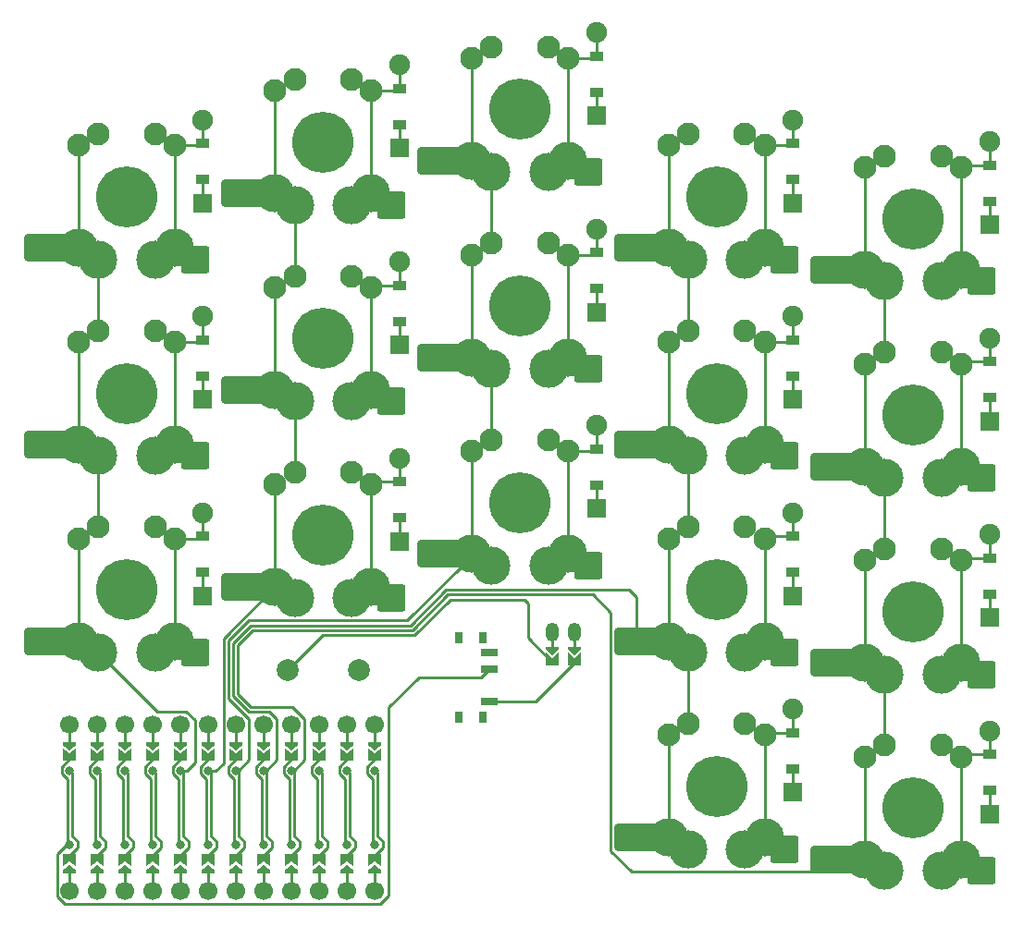
<source format=gbr>
%TF.GenerationSoftware,KiCad,Pcbnew,8.0.4*%
%TF.CreationDate,2024-08-16T17:58:29+08:00*%
%TF.ProjectId,board,626f6172-642e-46b6-9963-61645f706362,v1.0.0*%
%TF.SameCoordinates,Original*%
%TF.FileFunction,Copper,L2,Bot*%
%TF.FilePolarity,Positive*%
%FSLAX46Y46*%
G04 Gerber Fmt 4.6, Leading zero omitted, Abs format (unit mm)*
G04 Created by KiCad (PCBNEW 8.0.4) date 2024-08-16 17:58:29*
%MOMM*%
%LPD*%
G01*
G04 APERTURE LIST*
G04 Aperture macros list*
%AMRoundRect*
0 Rectangle with rounded corners*
0 $1 Rounding radius*
0 $2 $3 $4 $5 $6 $7 $8 $9 X,Y pos of 4 corners*
0 Add a 4 corners polygon primitive as box body*
4,1,4,$2,$3,$4,$5,$6,$7,$8,$9,$2,$3,0*
0 Add four circle primitives for the rounded corners*
1,1,$1+$1,$2,$3*
1,1,$1+$1,$4,$5*
1,1,$1+$1,$6,$7*
1,1,$1+$1,$8,$9*
0 Add four rect primitives between the rounded corners*
20,1,$1+$1,$2,$3,$4,$5,0*
20,1,$1+$1,$4,$5,$6,$7,0*
20,1,$1+$1,$6,$7,$8,$9,0*
20,1,$1+$1,$8,$9,$2,$3,0*%
%AMFreePoly0*
4,1,6,0.250000,0.000000,-0.250000,-0.625000,-0.500000,-0.625000,-0.500000,0.625000,-0.250000,0.625000,0.250000,0.000000,0.250000,0.000000,$1*%
%AMFreePoly1*
4,1,6,0.500000,-0.625000,-0.650000,-0.625000,-0.150000,0.000000,-0.650000,0.625000,0.500000,0.625000,0.500000,-0.625000,0.500000,-0.625000,$1*%
%AMFreePoly2*
4,1,6,0.600000,-1.000000,0.000000,-0.400000,-0.600000,-1.000000,-0.600000,0.250000,0.600000,0.250000,0.600000,-1.000000,0.600000,-1.000000,$1*%
%AMFreePoly3*
4,1,6,0.600000,-0.200000,0.600000,-0.400000,-0.600000,-0.400000,-0.600000,-0.200000,0.000000,0.400000,0.600000,-0.200000,0.600000,-0.200000,$1*%
G04 Aperture macros list end*
%TA.AperFunction,SMDPad,CuDef*%
%ADD10R,0.800000X1.000000*%
%TD*%
%TA.AperFunction,SMDPad,CuDef*%
%ADD11R,1.500000X0.700000*%
%TD*%
%TA.AperFunction,ComponentPad*%
%ADD12C,2.000000*%
%TD*%
%TA.AperFunction,SMDPad,CuDef*%
%ADD13FreePoly0,270.000000*%
%TD*%
%TA.AperFunction,ComponentPad*%
%ADD14C,1.700000*%
%TD*%
%TA.AperFunction,SMDPad,CuDef*%
%ADD15FreePoly0,90.000000*%
%TD*%
%TA.AperFunction,SMDPad,CuDef*%
%ADD16FreePoly1,90.000000*%
%TD*%
%TA.AperFunction,ComponentPad*%
%ADD17C,0.800000*%
%TD*%
%TA.AperFunction,SMDPad,CuDef*%
%ADD18FreePoly1,270.000000*%
%TD*%
%TA.AperFunction,SMDPad,CuDef*%
%ADD19FreePoly2,180.000000*%
%TD*%
%TA.AperFunction,ComponentPad*%
%ADD20O,1.200000X1.750000*%
%TD*%
%TA.AperFunction,SMDPad,CuDef*%
%ADD21FreePoly3,180.000000*%
%TD*%
%TA.AperFunction,ComponentPad*%
%ADD22R,1.778000X1.778000*%
%TD*%
%TA.AperFunction,SMDPad,CuDef*%
%ADD23R,1.200000X0.900000*%
%TD*%
%TA.AperFunction,ComponentPad*%
%ADD24C,1.905000*%
%TD*%
%TA.AperFunction,ComponentPad*%
%ADD25C,3.500000*%
%TD*%
%TA.AperFunction,ComponentPad*%
%ADD26C,5.600000*%
%TD*%
%TA.AperFunction,SMDPad,CuDef*%
%ADD27RoundRect,0.250000X-1.750000X-1.000000X1.750000X-1.000000X1.750000X1.000000X-1.750000X1.000000X0*%
%TD*%
%TA.AperFunction,ComponentPad*%
%ADD28C,2.100000*%
%TD*%
%TA.AperFunction,SMDPad,CuDef*%
%ADD29RoundRect,0.250000X-1.050000X-1.000000X1.050000X-1.000000X1.050000X1.000000X-1.050000X1.000000X0*%
%TD*%
%TA.AperFunction,Conductor*%
%ADD30C,0.250000*%
%TD*%
G04 APERTURE END LIST*
D10*
%TO.P,PWR1,*%
%TO.N,*%
X207585000Y-168650000D03*
X207585000Y-161350000D03*
X205375000Y-168650000D03*
X205375000Y-161350000D03*
D11*
%TO.P,PWR1,1*%
%TO.N,BAT_P*%
X208235000Y-167250000D03*
%TO.P,PWR1,2*%
%TO.N,RAW*%
X208235000Y-164250000D03*
%TO.P,PWR1,3*%
%TO.N,N/C*%
X208235000Y-162750000D03*
%TD*%
D12*
%TO.P,RST1,1*%
%TO.N,RST*%
X196250000Y-164350000D03*
%TO.P,RST1,2*%
%TO.N,GND*%
X189750000Y-164350000D03*
%TD*%
D13*
%TO.P,MCU1,1*%
%TO.N,MCU1_1*%
X169800000Y-171450000D03*
D14*
X169800000Y-169330000D03*
D13*
%TO.P,MCU1,2*%
%TO.N,MCU1_2*%
X172340000Y-171450000D03*
D14*
X172340000Y-169330000D03*
D13*
%TO.P,MCU1,3*%
%TO.N,MCU1_3*%
X174880000Y-171450000D03*
D14*
X174880000Y-169330000D03*
D13*
%TO.P,MCU1,4*%
%TO.N,MCU1_4*%
X177420000Y-171450000D03*
D14*
X177420000Y-169330000D03*
D13*
%TO.P,MCU1,5*%
%TO.N,MCU1_5*%
X179960000Y-171450000D03*
D14*
X179960000Y-169330000D03*
D13*
%TO.P,MCU1,6*%
%TO.N,MCU1_6*%
X182500000Y-171450000D03*
D14*
X182500000Y-169330000D03*
D13*
%TO.P,MCU1,7*%
%TO.N,MCU1_7*%
X185040000Y-171450000D03*
D14*
X185040000Y-169330000D03*
D13*
%TO.P,MCU1,8*%
%TO.N,MCU1_8*%
X187580000Y-171450000D03*
D14*
X187580000Y-169330000D03*
D13*
%TO.P,MCU1,9*%
%TO.N,MCU1_9*%
X190120000Y-171450000D03*
D14*
X190120000Y-169330000D03*
D13*
%TO.P,MCU1,10*%
%TO.N,MCU1_10*%
X192660000Y-171450000D03*
D14*
X192660000Y-169330000D03*
D13*
%TO.P,MCU1,11*%
%TO.N,MCU1_11*%
X195200000Y-171450000D03*
D14*
X195200000Y-169330000D03*
D13*
%TO.P,MCU1,12*%
%TO.N,MCU1_12*%
X197740000Y-171450000D03*
D14*
X197740000Y-169330000D03*
%TO.P,MCU1,13*%
%TO.N,MCU1_13*%
X197740000Y-184570000D03*
D15*
X197740000Y-182450000D03*
D14*
%TO.P,MCU1,14*%
%TO.N,MCU1_14*%
X195200000Y-184570000D03*
D15*
X195200000Y-182450000D03*
D14*
%TO.P,MCU1,15*%
%TO.N,MCU1_15*%
X192660000Y-184570000D03*
D15*
X192660000Y-182450000D03*
D14*
%TO.P,MCU1,16*%
%TO.N,MCU1_16*%
X190120000Y-184570000D03*
D15*
X190120000Y-182450000D03*
D14*
%TO.P,MCU1,17*%
%TO.N,MCU1_17*%
X187580000Y-184570000D03*
D15*
X187580000Y-182450000D03*
D14*
%TO.P,MCU1,18*%
%TO.N,MCU1_18*%
X185040000Y-184570000D03*
D15*
X185040000Y-182450000D03*
D14*
%TO.P,MCU1,19*%
%TO.N,MCU1_19*%
X182500000Y-184570000D03*
D15*
X182500000Y-182450000D03*
D14*
%TO.P,MCU1,20*%
%TO.N,MCU1_20*%
X179960000Y-184570000D03*
D15*
X179960000Y-182450000D03*
D14*
%TO.P,MCU1,21*%
%TO.N,MCU1_21*%
X177420000Y-184570000D03*
D15*
X177420000Y-182450000D03*
D14*
%TO.P,MCU1,22*%
%TO.N,MCU1_22*%
X174880000Y-184570000D03*
D15*
X174880000Y-182450000D03*
D14*
%TO.P,MCU1,23*%
%TO.N,MCU1_23*%
X172340000Y-184570000D03*
D15*
X172340000Y-182450000D03*
D14*
%TO.P,MCU1,24*%
%TO.N,MCU1_24*%
X169800000Y-184570000D03*
D15*
X169800000Y-182450000D03*
D16*
%TO.P,MCU1,101*%
%TO.N,P1*%
X169800000Y-181725000D03*
D17*
X169800000Y-173550000D03*
D16*
%TO.P,MCU1,102*%
%TO.N,P0*%
X172340000Y-181725000D03*
D17*
X172340000Y-173550000D03*
D16*
%TO.P,MCU1,103*%
%TO.N,GND*%
X174880000Y-181725000D03*
D17*
X174880000Y-173550000D03*
D16*
%TO.P,MCU1,104*%
X177420000Y-181725000D03*
D17*
X177420000Y-173550000D03*
D16*
%TO.P,MCU1,105*%
%TO.N,P2*%
X179960000Y-181725000D03*
D17*
X179960000Y-173550000D03*
D16*
%TO.P,MCU1,106*%
%TO.N,P3*%
X182500000Y-181725000D03*
D17*
X182500000Y-173550000D03*
D16*
%TO.P,MCU1,107*%
%TO.N,P4*%
X185040000Y-181725000D03*
D17*
X185040000Y-173550000D03*
D16*
%TO.P,MCU1,108*%
%TO.N,P5*%
X187580000Y-181725000D03*
D17*
X187580000Y-173550000D03*
D16*
%TO.P,MCU1,109*%
%TO.N,P6*%
X190120000Y-181725000D03*
D17*
X190120000Y-173550000D03*
D16*
%TO.P,MCU1,110*%
%TO.N,P7*%
X192660000Y-181725000D03*
D17*
X192660000Y-173550000D03*
D16*
%TO.P,MCU1,111*%
%TO.N,P8*%
X195200000Y-181725000D03*
D17*
X195200000Y-173550000D03*
D16*
%TO.P,MCU1,112*%
%TO.N,P9*%
X197740000Y-181725000D03*
D17*
X197740000Y-173550000D03*
%TO.P,MCU1,113*%
%TO.N,P10*%
X197740000Y-180350000D03*
D18*
X197740000Y-172175000D03*
D17*
%TO.P,MCU1,114*%
%TO.N,P16*%
X195200000Y-180350000D03*
D18*
X195200000Y-172175000D03*
D17*
%TO.P,MCU1,115*%
%TO.N,P14*%
X192660000Y-180350000D03*
D18*
X192660000Y-172175000D03*
D17*
%TO.P,MCU1,116*%
%TO.N,P15*%
X190120000Y-180350000D03*
D18*
X190120000Y-172175000D03*
D17*
%TO.P,MCU1,117*%
%TO.N,P18*%
X187580000Y-180350000D03*
D18*
X187580000Y-172175000D03*
D17*
%TO.P,MCU1,118*%
%TO.N,P19*%
X185040000Y-180350000D03*
D18*
X185040000Y-172175000D03*
D17*
%TO.P,MCU1,119*%
%TO.N,P20*%
X182500000Y-180350000D03*
D18*
X182500000Y-172175000D03*
D17*
%TO.P,MCU1,120*%
%TO.N,P21*%
X179960000Y-180350000D03*
D18*
X179960000Y-172175000D03*
D17*
%TO.P,MCU1,121*%
%TO.N,VCC*%
X177420000Y-180350000D03*
D18*
X177420000Y-172175000D03*
D17*
%TO.P,MCU1,122*%
%TO.N,RST*%
X174880000Y-180350000D03*
D18*
X174880000Y-172175000D03*
D17*
%TO.P,MCU1,123*%
%TO.N,GND*%
X172340000Y-180350000D03*
D18*
X172340000Y-172175000D03*
D17*
%TO.P,MCU1,124*%
%TO.N,RAW*%
X169800000Y-180350000D03*
D18*
X169800000Y-172175000D03*
%TD*%
D19*
%TO.P,JST1,1*%
%TO.N,BAT_P*%
X216000000Y-163666000D03*
%TO.P,JST1,2*%
%TO.N,GND*%
X214000000Y-163666000D03*
D20*
%TO.P,JST1,11*%
%TO.N,JST1_1*%
X214000000Y-160850000D03*
%TO.P,JST1,12*%
%TO.N,JST1_2*%
X216000000Y-160850000D03*
D21*
%TO.P,JST1,31*%
%TO.N,JST1_1*%
X214000000Y-162650000D03*
%TO.P,JST1,32*%
%TO.N,JST1_2*%
X216000000Y-162650000D03*
%TD*%
D22*
%TO.P,D8,1*%
%TO.N,P16*%
X218000000Y-131560000D03*
D23*
X218000000Y-129400000D03*
%TO.P,D8,2*%
%TO.N,middle_home*%
X218000000Y-126100000D03*
D24*
X218000000Y-123940000D03*
%TD*%
D22*
%TO.P,D13,1*%
%TO.N,P10*%
X236000000Y-121560000D03*
D23*
X236000000Y-119400000D03*
%TO.P,D13,2*%
%TO.N,index_top*%
X236000000Y-116100000D03*
D24*
X236000000Y-113940000D03*
%TD*%
D25*
%TO.P,S12,*%
%TO.N,P5*%
X226400000Y-144750000D03*
D26*
%TO.N,*%
X229000000Y-139000000D03*
D25*
%TO.N,index_home*%
X231600000Y-144750000D03*
D27*
%TO.P,S12,1*%
%TO.N,P5*%
X221650000Y-143700000D03*
D28*
X224600000Y-134300000D03*
D25*
X224600000Y-143700000D03*
D28*
X226400000Y-133250000D03*
%TO.P,S12,2*%
%TO.N,index_home*%
X231600000Y-133250000D03*
X233400000Y-134300000D03*
D25*
X233400000Y-143700000D03*
D29*
X235250000Y-144750000D03*
%TD*%
D25*
%TO.P,S14,*%
%TO.N,P6*%
X244400000Y-182750000D03*
D26*
%TO.N,*%
X247000000Y-177000000D03*
D25*
%TO.N,inner_thumb*%
X249600000Y-182750000D03*
D27*
%TO.P,S14,1*%
%TO.N,P6*%
X239650000Y-181700000D03*
D28*
X242600000Y-172300000D03*
D25*
X242600000Y-181700000D03*
D28*
X244400000Y-171250000D03*
%TO.P,S14,2*%
%TO.N,inner_thumb*%
X249600000Y-171250000D03*
X251400000Y-172300000D03*
D25*
X251400000Y-181700000D03*
D29*
X253250000Y-182750000D03*
%TD*%
D25*
%TO.P,S15,*%
%TO.N,P6*%
X244400000Y-164750000D03*
D26*
%TO.N,*%
X247000000Y-159000000D03*
D25*
%TO.N,inner_bottom*%
X249600000Y-164750000D03*
D27*
%TO.P,S15,1*%
%TO.N,P6*%
X239650000Y-163700000D03*
D28*
X242600000Y-154300000D03*
D25*
X242600000Y-163700000D03*
D28*
X244400000Y-153250000D03*
%TO.P,S15,2*%
%TO.N,inner_bottom*%
X249600000Y-153250000D03*
X251400000Y-154300000D03*
D25*
X251400000Y-163700000D03*
D29*
X253250000Y-164750000D03*
%TD*%
D22*
%TO.P,D16,1*%
%TO.N,P16*%
X254000000Y-141560000D03*
D23*
X254000000Y-139400000D03*
%TO.P,D16,2*%
%TO.N,inner_home*%
X254000000Y-136100000D03*
D24*
X254000000Y-133940000D03*
%TD*%
D25*
%TO.P,S8,*%
%TO.N,P4*%
X208400000Y-136750000D03*
D26*
%TO.N,*%
X211000000Y-131000000D03*
D25*
%TO.N,middle_home*%
X213600000Y-136750000D03*
D27*
%TO.P,S8,1*%
%TO.N,P4*%
X203650000Y-135700000D03*
D28*
X206600000Y-126300000D03*
D25*
X206600000Y-135700000D03*
D28*
X208400000Y-125250000D03*
%TO.P,S8,2*%
%TO.N,middle_home*%
X213600000Y-125250000D03*
X215400000Y-126300000D03*
D25*
X215400000Y-135700000D03*
D29*
X217250000Y-136750000D03*
%TD*%
D25*
%TO.P,S17,*%
%TO.N,P6*%
X244400000Y-128750000D03*
D26*
%TO.N,*%
X247000000Y-123000000D03*
D25*
%TO.N,inner_top*%
X249600000Y-128750000D03*
D27*
%TO.P,S17,1*%
%TO.N,P6*%
X239650000Y-127700000D03*
D28*
X242600000Y-118300000D03*
D25*
X242600000Y-127700000D03*
D28*
X244400000Y-117250000D03*
%TO.P,S17,2*%
%TO.N,inner_top*%
X249600000Y-117250000D03*
X251400000Y-118300000D03*
D25*
X251400000Y-127700000D03*
D29*
X253250000Y-128750000D03*
%TD*%
D22*
%TO.P,D11,1*%
%TO.N,P14*%
X236000000Y-157560000D03*
D23*
X236000000Y-155400000D03*
%TO.P,D11,2*%
%TO.N,index_bottom*%
X236000000Y-152100000D03*
D24*
X236000000Y-149940000D03*
%TD*%
D25*
%TO.P,S5,*%
%TO.N,P3*%
X190400000Y-139750000D03*
D26*
%TO.N,*%
X193000000Y-134000000D03*
D25*
%TO.N,ring_home*%
X195600000Y-139750000D03*
D27*
%TO.P,S5,1*%
%TO.N,P3*%
X185650000Y-138700000D03*
D28*
X188600000Y-129300000D03*
D25*
X188600000Y-138700000D03*
D28*
X190400000Y-128250000D03*
%TO.P,S5,2*%
%TO.N,ring_home*%
X195600000Y-128250000D03*
X197400000Y-129300000D03*
D25*
X197400000Y-138700000D03*
D29*
X199250000Y-139750000D03*
%TD*%
D25*
%TO.P,S9,*%
%TO.N,P4*%
X208400000Y-118750000D03*
D26*
%TO.N,*%
X211000000Y-113000000D03*
D25*
%TO.N,middle_top*%
X213600000Y-118750000D03*
D27*
%TO.P,S9,1*%
%TO.N,P4*%
X203650000Y-117700000D03*
D28*
X206600000Y-108300000D03*
D25*
X206600000Y-117700000D03*
D28*
X208400000Y-107250000D03*
%TO.P,S9,2*%
%TO.N,middle_top*%
X213600000Y-107250000D03*
X215400000Y-108300000D03*
D25*
X215400000Y-117700000D03*
D29*
X217250000Y-118750000D03*
%TD*%
D22*
%TO.P,D12,1*%
%TO.N,P16*%
X236000000Y-139560000D03*
D23*
X236000000Y-137400000D03*
%TO.P,D12,2*%
%TO.N,index_home*%
X236000000Y-134100000D03*
D24*
X236000000Y-131940000D03*
%TD*%
D22*
%TO.P,D2,1*%
%TO.N,P16*%
X182000000Y-139560000D03*
D23*
X182000000Y-137400000D03*
%TO.P,D2,2*%
%TO.N,pinky_home*%
X182000000Y-134100000D03*
D24*
X182000000Y-131940000D03*
%TD*%
D22*
%TO.P,D7,1*%
%TO.N,P14*%
X218000000Y-149560000D03*
D23*
X218000000Y-147400000D03*
%TO.P,D7,2*%
%TO.N,middle_bottom*%
X218000000Y-144100000D03*
D24*
X218000000Y-141940000D03*
%TD*%
D25*
%TO.P,S3,*%
%TO.N,P2*%
X172400000Y-126750000D03*
D26*
%TO.N,*%
X175000000Y-121000000D03*
D25*
%TO.N,pinky_top*%
X177600000Y-126750000D03*
D27*
%TO.P,S3,1*%
%TO.N,P2*%
X167650000Y-125700000D03*
D28*
X170600000Y-116300000D03*
D25*
X170600000Y-125700000D03*
D28*
X172400000Y-115250000D03*
%TO.P,S3,2*%
%TO.N,pinky_top*%
X177600000Y-115250000D03*
X179400000Y-116300000D03*
D25*
X179400000Y-125700000D03*
D29*
X181250000Y-126750000D03*
%TD*%
D22*
%TO.P,D17,1*%
%TO.N,P10*%
X254000000Y-123560000D03*
D23*
X254000000Y-121400000D03*
%TO.P,D17,2*%
%TO.N,inner_top*%
X254000000Y-118100000D03*
D24*
X254000000Y-115940000D03*
%TD*%
D22*
%TO.P,D4,1*%
%TO.N,P14*%
X200000000Y-152560000D03*
D23*
X200000000Y-150400000D03*
%TO.P,D4,2*%
%TO.N,ring_bottom*%
X200000000Y-147100000D03*
D24*
X200000000Y-144940000D03*
%TD*%
D22*
%TO.P,D1,1*%
%TO.N,P14*%
X182000000Y-157560000D03*
D23*
X182000000Y-155400000D03*
%TO.P,D1,2*%
%TO.N,pinky_bottom*%
X182000000Y-152100000D03*
D24*
X182000000Y-149940000D03*
%TD*%
D22*
%TO.P,D9,1*%
%TO.N,P10*%
X218000000Y-113560000D03*
D23*
X218000000Y-111400000D03*
%TO.P,D9,2*%
%TO.N,middle_top*%
X218000000Y-108100000D03*
D24*
X218000000Y-105940000D03*
%TD*%
D25*
%TO.P,S2,*%
%TO.N,P2*%
X172400000Y-144750000D03*
D26*
%TO.N,*%
X175000000Y-139000000D03*
D25*
%TO.N,pinky_home*%
X177600000Y-144750000D03*
D27*
%TO.P,S2,1*%
%TO.N,P2*%
X167650000Y-143700000D03*
D28*
X170600000Y-134300000D03*
D25*
X170600000Y-143700000D03*
D28*
X172400000Y-133250000D03*
%TO.P,S2,2*%
%TO.N,pinky_home*%
X177600000Y-133250000D03*
X179400000Y-134300000D03*
D25*
X179400000Y-143700000D03*
D29*
X181250000Y-144750000D03*
%TD*%
D22*
%TO.P,D3,1*%
%TO.N,P10*%
X182000000Y-121560000D03*
D23*
X182000000Y-119400000D03*
%TO.P,D3,2*%
%TO.N,pinky_top*%
X182000000Y-116100000D03*
D24*
X182000000Y-113940000D03*
%TD*%
D22*
%TO.P,D6,1*%
%TO.N,P10*%
X200000000Y-116560000D03*
D23*
X200000000Y-114400000D03*
%TO.P,D6,2*%
%TO.N,ring_top*%
X200000000Y-111100000D03*
D24*
X200000000Y-108940000D03*
%TD*%
D25*
%TO.P,S13,*%
%TO.N,P5*%
X226400000Y-126750000D03*
D26*
%TO.N,*%
X229000000Y-121000000D03*
D25*
%TO.N,index_top*%
X231600000Y-126750000D03*
D27*
%TO.P,S13,1*%
%TO.N,P5*%
X221650000Y-125700000D03*
D28*
X224600000Y-116300000D03*
D25*
X224600000Y-125700000D03*
D28*
X226400000Y-115250000D03*
%TO.P,S13,2*%
%TO.N,index_top*%
X231600000Y-115250000D03*
X233400000Y-116300000D03*
D25*
X233400000Y-125700000D03*
D29*
X235250000Y-126750000D03*
%TD*%
D22*
%TO.P,D10,1*%
%TO.N,P15*%
X236000000Y-175560000D03*
D23*
X236000000Y-173400000D03*
%TO.P,D10,2*%
%TO.N,index_thumb*%
X236000000Y-170100000D03*
D24*
X236000000Y-167940000D03*
%TD*%
D25*
%TO.P,S10,*%
%TO.N,P5*%
X226400000Y-180750000D03*
D26*
%TO.N,*%
X229000000Y-175000000D03*
D25*
%TO.N,index_thumb*%
X231600000Y-180750000D03*
D27*
%TO.P,S10,1*%
%TO.N,P5*%
X221650000Y-179700000D03*
D28*
X224600000Y-170300000D03*
D25*
X224600000Y-179700000D03*
D28*
X226400000Y-169250000D03*
%TO.P,S10,2*%
%TO.N,index_thumb*%
X231600000Y-169250000D03*
X233400000Y-170300000D03*
D25*
X233400000Y-179700000D03*
D29*
X235250000Y-180750000D03*
%TD*%
D25*
%TO.P,S11,*%
%TO.N,P5*%
X226400000Y-162750000D03*
D26*
%TO.N,*%
X229000000Y-157000000D03*
D25*
%TO.N,index_bottom*%
X231600000Y-162750000D03*
D27*
%TO.P,S11,1*%
%TO.N,P5*%
X221650000Y-161700000D03*
D28*
X224600000Y-152300000D03*
D25*
X224600000Y-161700000D03*
D28*
X226400000Y-151250000D03*
%TO.P,S11,2*%
%TO.N,index_bottom*%
X231600000Y-151250000D03*
X233400000Y-152300000D03*
D25*
X233400000Y-161700000D03*
D29*
X235250000Y-162750000D03*
%TD*%
D25*
%TO.P,S16,*%
%TO.N,P6*%
X244400000Y-146750000D03*
D26*
%TO.N,*%
X247000000Y-141000000D03*
D25*
%TO.N,inner_home*%
X249600000Y-146750000D03*
D27*
%TO.P,S16,1*%
%TO.N,P6*%
X239650000Y-145700000D03*
D28*
X242600000Y-136300000D03*
D25*
X242600000Y-145700000D03*
D28*
X244400000Y-135250000D03*
%TO.P,S16,2*%
%TO.N,inner_home*%
X249600000Y-135250000D03*
X251400000Y-136300000D03*
D25*
X251400000Y-145700000D03*
D29*
X253250000Y-146750000D03*
%TD*%
D25*
%TO.P,S4,*%
%TO.N,P3*%
X190400000Y-157750000D03*
D26*
%TO.N,*%
X193000000Y-152000000D03*
D25*
%TO.N,ring_bottom*%
X195600000Y-157750000D03*
D27*
%TO.P,S4,1*%
%TO.N,P3*%
X185650000Y-156700000D03*
D28*
X188600000Y-147300000D03*
D25*
X188600000Y-156700000D03*
D28*
X190400000Y-146250000D03*
%TO.P,S4,2*%
%TO.N,ring_bottom*%
X195600000Y-146250000D03*
X197400000Y-147300000D03*
D25*
X197400000Y-156700000D03*
D29*
X199250000Y-157750000D03*
%TD*%
D22*
%TO.P,D14,1*%
%TO.N,P15*%
X254000000Y-177560000D03*
D23*
X254000000Y-175400000D03*
%TO.P,D14,2*%
%TO.N,inner_thumb*%
X254000000Y-172100000D03*
D24*
X254000000Y-169940000D03*
%TD*%
D25*
%TO.P,S7,*%
%TO.N,P4*%
X208400000Y-154750000D03*
D26*
%TO.N,*%
X211000000Y-149000000D03*
D25*
%TO.N,middle_bottom*%
X213600000Y-154750000D03*
D27*
%TO.P,S7,1*%
%TO.N,P4*%
X203650000Y-153700000D03*
D28*
X206600000Y-144300000D03*
D25*
X206600000Y-153700000D03*
D28*
X208400000Y-143250000D03*
%TO.P,S7,2*%
%TO.N,middle_bottom*%
X213600000Y-143250000D03*
X215400000Y-144300000D03*
D25*
X215400000Y-153700000D03*
D29*
X217250000Y-154750000D03*
%TD*%
D22*
%TO.P,D15,1*%
%TO.N,P14*%
X254000000Y-159560000D03*
D23*
X254000000Y-157400000D03*
%TO.P,D15,2*%
%TO.N,inner_bottom*%
X254000000Y-154100000D03*
D24*
X254000000Y-151940000D03*
%TD*%
D25*
%TO.P,S6,*%
%TO.N,P3*%
X190400000Y-121750000D03*
D26*
%TO.N,*%
X193000000Y-116000000D03*
D25*
%TO.N,ring_top*%
X195600000Y-121750000D03*
D27*
%TO.P,S6,1*%
%TO.N,P3*%
X185650000Y-120700000D03*
D28*
X188600000Y-111300000D03*
D25*
X188600000Y-120700000D03*
D28*
X190400000Y-110250000D03*
%TO.P,S6,2*%
%TO.N,ring_top*%
X195600000Y-110250000D03*
X197400000Y-111300000D03*
D25*
X197400000Y-120700000D03*
D29*
X199250000Y-121750000D03*
%TD*%
D22*
%TO.P,D5,1*%
%TO.N,P16*%
X200000000Y-134560000D03*
D23*
X200000000Y-132400000D03*
%TO.P,D5,2*%
%TO.N,ring_home*%
X200000000Y-129100000D03*
D24*
X200000000Y-126940000D03*
%TD*%
D25*
%TO.P,S1,*%
%TO.N,P2*%
X172400000Y-162750000D03*
D26*
%TO.N,*%
X175000000Y-157000000D03*
D25*
%TO.N,pinky_bottom*%
X177600000Y-162750000D03*
D27*
%TO.P,S1,1*%
%TO.N,P2*%
X167650000Y-161700000D03*
D28*
X170600000Y-152300000D03*
D25*
X170600000Y-161700000D03*
D28*
X172400000Y-151250000D03*
%TO.P,S1,2*%
%TO.N,pinky_bottom*%
X177600000Y-151250000D03*
X179400000Y-152300000D03*
D25*
X179400000Y-161700000D03*
D29*
X181250000Y-162750000D03*
%TD*%
D30*
%TO.N,P2*%
X172400000Y-144750000D02*
X172400000Y-151250000D01*
X170600000Y-134300000D02*
X170600000Y-143700000D01*
X172400000Y-162750000D02*
X177805000Y-168155000D01*
X181250000Y-168958299D02*
X181250000Y-172825685D01*
X170600000Y-152300000D02*
X170600000Y-161700000D01*
X180190000Y-179554695D02*
X180190000Y-173780000D01*
X181250000Y-172825685D02*
X180525685Y-173550000D01*
X180685000Y-180650305D02*
X180685000Y-180049695D01*
X180525685Y-173550000D02*
X179960000Y-173550000D01*
X170600000Y-116300000D02*
X170600000Y-125700000D01*
X172400000Y-126750000D02*
X172400000Y-133250000D01*
X180446701Y-168155000D02*
X181250000Y-168958299D01*
X180685000Y-180049695D02*
X180190000Y-179554695D01*
X179960000Y-181725000D02*
X179960000Y-181375305D01*
X179960000Y-181375305D02*
X180685000Y-180650305D01*
X177805000Y-168155000D02*
X180446701Y-168155000D01*
%TO.N,pinky_bottom*%
X182000000Y-149940000D02*
X182000000Y-152100000D01*
X181800000Y-152300000D02*
X182000000Y-152100000D01*
X179400000Y-152300000D02*
X179400000Y-161700000D01*
X179400000Y-152300000D02*
X181800000Y-152300000D01*
%TO.N,GND*%
X172340000Y-172524695D02*
X171615000Y-173249695D01*
X201347792Y-161175000D02*
X192925000Y-161175000D01*
X175605000Y-180049695D02*
X175110000Y-179554695D01*
X214000000Y-163666000D02*
X211750000Y-161416000D01*
X204622792Y-157900000D02*
X201347792Y-161175000D01*
X211750000Y-161416000D02*
X211750000Y-158250000D01*
X211400000Y-157900000D02*
X204622792Y-157900000D01*
X175110000Y-179554695D02*
X175110000Y-173780000D01*
X211750000Y-158250000D02*
X211400000Y-157900000D01*
X177420000Y-181725000D02*
X177420000Y-181375305D01*
X171615000Y-173850305D02*
X172120000Y-174355305D01*
X172120000Y-174355305D02*
X172120000Y-180130000D01*
X177420000Y-181375305D02*
X178145000Y-180650305D01*
X172340000Y-172175000D02*
X172340000Y-172524695D01*
X175605000Y-180650305D02*
X175605000Y-180049695D01*
X178145000Y-180650305D02*
X178145000Y-180049695D01*
X178145000Y-180049695D02*
X177650000Y-179554695D01*
X192925000Y-161175000D02*
X189750000Y-164350000D01*
X171615000Y-173249695D02*
X171615000Y-173850305D01*
X174880000Y-181375305D02*
X175605000Y-180650305D01*
X177650000Y-179554695D02*
X177650000Y-173780000D01*
X174880000Y-181725000D02*
X174880000Y-181375305D01*
%TO.N,pinky_home*%
X182000000Y-131940000D02*
X182000000Y-134100000D01*
X179400000Y-134300000D02*
X181800000Y-134300000D01*
X179400000Y-134300000D02*
X179400000Y-143700000D01*
X181800000Y-134300000D02*
X182000000Y-134100000D01*
%TO.N,pinky_top*%
X182000000Y-113940000D02*
X182000000Y-116100000D01*
X181800000Y-116300000D02*
X182000000Y-116100000D01*
X179400000Y-116300000D02*
X179400000Y-125700000D01*
X179400000Y-116300000D02*
X181800000Y-116300000D01*
%TO.N,P3*%
X183865000Y-172865000D02*
X183180000Y-173550000D01*
X188600000Y-147300000D02*
X188600000Y-156700000D01*
X183865000Y-161435000D02*
X183865000Y-172865000D01*
X190400000Y-139750000D02*
X190400000Y-146250000D01*
X188600000Y-129300000D02*
X188600000Y-138700000D01*
X182500000Y-181725000D02*
X182500000Y-181375305D01*
X183225000Y-180650305D02*
X183225000Y-180049695D01*
X182730000Y-179554695D02*
X182730000Y-173780000D01*
X182500000Y-181375305D02*
X183225000Y-180650305D01*
X190400000Y-121750000D02*
X190400000Y-128250000D01*
X183225000Y-180049695D02*
X182730000Y-179554695D01*
X183180000Y-173550000D02*
X182500000Y-173550000D01*
X188600000Y-156700000D02*
X183865000Y-161435000D01*
X188600000Y-111300000D02*
X188600000Y-120700000D01*
%TO.N,ring_bottom*%
X200000000Y-147100000D02*
X200000000Y-144940000D01*
X197400000Y-147300000D02*
X197400000Y-156700000D01*
X197600000Y-147100000D02*
X197400000Y-147300000D01*
X200000000Y-147100000D02*
X197600000Y-147100000D01*
%TO.N,ring_home*%
X197400000Y-129300000D02*
X197300000Y-129300000D01*
X197250000Y-129250000D02*
X197400000Y-129100000D01*
X200000000Y-129100000D02*
X200000000Y-126940000D01*
X197400000Y-129100000D02*
X200000000Y-129100000D01*
X197400000Y-129300000D02*
X197400000Y-138700000D01*
X197300000Y-129300000D02*
X197250000Y-129250000D01*
%TO.N,ring_top*%
X197400000Y-111300000D02*
X199800000Y-111300000D01*
X200000000Y-108940000D02*
X200000000Y-111100000D01*
X197400000Y-111300000D02*
X197400000Y-120700000D01*
X199800000Y-111300000D02*
X200000000Y-111100000D01*
%TO.N,P4*%
X185765000Y-180650305D02*
X185765000Y-180049695D01*
X200675000Y-159825000D02*
X186175000Y-159825000D01*
X186215000Y-172591692D02*
X185256692Y-173550000D01*
X206600000Y-108300000D02*
X206600000Y-117700000D01*
X186215000Y-168843299D02*
X186215000Y-172591692D01*
X208400000Y-118750000D02*
X208400000Y-125250000D01*
X205750000Y-154750000D02*
X200675000Y-159825000D01*
X208400000Y-136750000D02*
X208400000Y-143250000D01*
X206600000Y-144300000D02*
X206600000Y-153700000D01*
X184315000Y-161685000D02*
X184315000Y-166943299D01*
X185040000Y-181725000D02*
X185040000Y-181375305D01*
X185040000Y-181375305D02*
X185765000Y-180650305D01*
X185270000Y-179554695D02*
X185270000Y-173780000D01*
X185765000Y-180049695D02*
X185270000Y-179554695D01*
X185256692Y-173550000D02*
X185040000Y-173550000D01*
X184315000Y-166943299D02*
X186215000Y-168843299D01*
X206600000Y-126300000D02*
X206600000Y-135700000D01*
X186175000Y-159825000D02*
X184315000Y-161685000D01*
X208400000Y-154750000D02*
X205750000Y-154750000D01*
%TO.N,middle_bottom*%
X215400000Y-144300000D02*
X215400000Y-153700000D01*
X215400000Y-144300000D02*
X217800000Y-144300000D01*
X218000000Y-144100000D02*
X218000000Y-141940000D01*
X217800000Y-144300000D02*
X218000000Y-144100000D01*
X217250000Y-154750000D02*
X217250000Y-155250000D01*
%TO.N,middle_home*%
X217800000Y-126300000D02*
X218000000Y-126100000D01*
X215400000Y-126300000D02*
X215400000Y-135700000D01*
X218000000Y-123940000D02*
X218000000Y-126100000D01*
X215400000Y-126300000D02*
X217800000Y-126300000D01*
%TO.N,middle_top*%
X218000000Y-108100000D02*
X218000000Y-105940000D01*
X215400000Y-108300000D02*
X217800000Y-108300000D01*
X215400000Y-108300000D02*
X215400000Y-117700000D01*
X217800000Y-108300000D02*
X218000000Y-108100000D01*
%TO.N,P5*%
X204250000Y-157000000D02*
X200975000Y-160275000D01*
X224600000Y-170300000D02*
X224600000Y-179700000D01*
X226400000Y-144750000D02*
X226400000Y-151250000D01*
X221000000Y-157000000D02*
X204250000Y-157000000D01*
X224600000Y-134300000D02*
X224600000Y-143700000D01*
X226400000Y-126750000D02*
X226400000Y-133250000D01*
X184765000Y-161871396D02*
X184765000Y-166756903D01*
X188755000Y-168843299D02*
X188755000Y-172591692D01*
X221650000Y-157650000D02*
X221000000Y-157000000D01*
X187580000Y-181725000D02*
X187580000Y-181375305D01*
X187796692Y-173550000D02*
X187580000Y-173550000D01*
X187580000Y-181375305D02*
X188305000Y-180650305D01*
X200975000Y-160275000D02*
X186361396Y-160275000D01*
X221650000Y-161700000D02*
X221650000Y-157650000D01*
X224600000Y-152300000D02*
X224600000Y-161700000D01*
X186163097Y-168155000D02*
X188066701Y-168155000D01*
X188305000Y-180650305D02*
X188305000Y-180049695D01*
X226400000Y-162750000D02*
X226400000Y-169250000D01*
X184765000Y-166756903D02*
X186163097Y-168155000D01*
X188066701Y-168155000D02*
X188755000Y-168843299D01*
X186361396Y-160275000D02*
X184765000Y-161871396D01*
X224600000Y-116300000D02*
X224600000Y-125700000D01*
X188755000Y-172591692D02*
X187796692Y-173550000D01*
X187810000Y-179554695D02*
X187810000Y-173780000D01*
X188305000Y-180049695D02*
X187810000Y-179554695D01*
%TO.N,index_thumb*%
X233400000Y-170300000D02*
X233700000Y-170300000D01*
X233400000Y-170300000D02*
X233400000Y-179700000D01*
X236000000Y-170100000D02*
X236000000Y-167940000D01*
X233900000Y-170100000D02*
X236000000Y-170100000D01*
X233700000Y-170300000D02*
X233900000Y-170100000D01*
%TO.N,index_bottom*%
X233400000Y-160950000D02*
X231600000Y-162750000D01*
X236000000Y-152100000D02*
X233600000Y-152100000D01*
X236000000Y-149940000D02*
X236000000Y-152100000D01*
X233600000Y-152100000D02*
X233400000Y-152300000D01*
X233400000Y-152300000D02*
X233400000Y-160950000D01*
%TO.N,index_home*%
X233400000Y-134300000D02*
X233400000Y-143700000D01*
X235800000Y-134300000D02*
X236000000Y-134100000D01*
X236000000Y-131940000D02*
X236000000Y-134100000D01*
X233400000Y-134300000D02*
X235800000Y-134300000D01*
%TO.N,index_top*%
X233400000Y-116300000D02*
X235800000Y-116300000D01*
X233400000Y-116300000D02*
X233400000Y-125700000D01*
X235800000Y-116300000D02*
X236000000Y-116100000D01*
X236000000Y-113940000D02*
X236000000Y-116100000D01*
%TO.N,P6*%
X239650000Y-181700000D02*
X239550000Y-181700000D01*
X239550000Y-181700000D02*
X238425000Y-182825000D01*
X190845000Y-180650305D02*
X190845000Y-180049695D01*
X190120000Y-181725000D02*
X190120000Y-181375305D01*
X186349493Y-167705000D02*
X190156701Y-167705000D01*
X244400000Y-164750000D02*
X244400000Y-171250000D01*
X244400000Y-128750000D02*
X244400000Y-135250000D01*
X185215000Y-162057792D02*
X185215000Y-166570507D01*
X191295000Y-168843299D02*
X191295000Y-172591692D01*
X190156701Y-167705000D02*
X191295000Y-168843299D01*
X219325000Y-180945100D02*
X219325000Y-159075000D01*
X190336692Y-173550000D02*
X190120000Y-173550000D01*
X191295000Y-172591692D02*
X190336692Y-173550000D01*
X244400000Y-146750000D02*
X244400000Y-153250000D01*
X221204900Y-182825000D02*
X219325000Y-180945100D01*
X219325000Y-159075000D02*
X217700000Y-157450000D01*
X190350000Y-179554695D02*
X190350000Y-173780000D01*
X190845000Y-180049695D02*
X190350000Y-179554695D01*
X217700000Y-157450000D02*
X204436396Y-157450000D01*
X242600000Y-154300000D02*
X242600000Y-163700000D01*
X201161396Y-160725000D02*
X186547792Y-160725000D01*
X242600000Y-172300000D02*
X242600000Y-181700000D01*
X238425000Y-182825000D02*
X221204900Y-182825000D01*
X204436396Y-157450000D02*
X201161396Y-160725000D01*
X190120000Y-181375305D02*
X190845000Y-180650305D01*
X242600000Y-136300000D02*
X242600000Y-145700000D01*
X185215000Y-166570507D02*
X186349493Y-167705000D01*
X186547792Y-160725000D02*
X185215000Y-162057792D01*
X242600000Y-118300000D02*
X242600000Y-127700000D01*
%TO.N,inner_thumb*%
X251400000Y-172300000D02*
X251400000Y-181700000D01*
X254000000Y-172100000D02*
X251600000Y-172100000D01*
X251600000Y-172100000D02*
X251400000Y-172300000D01*
X254000000Y-172100000D02*
X254000000Y-169940000D01*
%TO.N,inner_bottom*%
X251600000Y-154100000D02*
X251400000Y-154300000D01*
X254000000Y-154100000D02*
X251600000Y-154100000D01*
X251400000Y-154300000D02*
X251400000Y-163700000D01*
X254000000Y-154100000D02*
X254000000Y-151940000D01*
%TO.N,inner_home*%
X254000000Y-136100000D02*
X251600000Y-136100000D01*
X251600000Y-136100000D02*
X251400000Y-136300000D01*
X251400000Y-136300000D02*
X251400000Y-145700000D01*
X254000000Y-133940000D02*
X254000000Y-136100000D01*
%TO.N,inner_top*%
X254000000Y-118100000D02*
X251600000Y-118100000D01*
X254000000Y-118100000D02*
X254000000Y-115940000D01*
X251400000Y-118300000D02*
X251400000Y-127700000D01*
X251600000Y-118100000D02*
X251400000Y-118300000D01*
%TO.N,P14*%
X192660000Y-172175000D02*
X192660000Y-172524695D01*
X191935000Y-173850305D02*
X192440000Y-174355305D01*
X254000000Y-159560000D02*
X254000000Y-157400000D01*
X192440000Y-174355305D02*
X192440000Y-180130000D01*
X218000000Y-147400000D02*
X218000000Y-149560000D01*
X191935000Y-173249695D02*
X191935000Y-173850305D01*
X200000000Y-150400000D02*
X200000000Y-152560000D01*
X192660000Y-172524695D02*
X191935000Y-173249695D01*
X236000000Y-155400000D02*
X236000000Y-157560000D01*
X182000000Y-155400000D02*
X182000000Y-157560000D01*
%TO.N,P16*%
X194980000Y-174355305D02*
X194980000Y-180130000D01*
X194475000Y-173850305D02*
X194980000Y-174355305D01*
X195200000Y-172524695D02*
X194475000Y-173249695D01*
X218000000Y-129400000D02*
X218000000Y-131560000D01*
X195200000Y-172175000D02*
X195200000Y-172524695D01*
X236000000Y-139560000D02*
X236000000Y-137400000D01*
X254000000Y-139400000D02*
X254000000Y-141560000D01*
X200000000Y-134560000D02*
X200000000Y-132400000D01*
X194475000Y-173249695D02*
X194475000Y-173850305D01*
X182000000Y-139560000D02*
X182000000Y-137400000D01*
%TO.N,P10*%
X197740000Y-172175000D02*
X197740000Y-172524695D01*
X182000000Y-119400000D02*
X182000000Y-121560000D01*
X197015000Y-173249695D02*
X197015000Y-173850305D01*
X236000000Y-119400000D02*
X236000000Y-121560000D01*
X197740000Y-172524695D02*
X197015000Y-173249695D01*
X197015000Y-173850305D02*
X197520000Y-174355305D01*
X200000000Y-114400000D02*
X200000000Y-116560000D01*
X218000000Y-111400000D02*
X218000000Y-113560000D01*
X254000000Y-121400000D02*
X254000000Y-123560000D01*
X197520000Y-174355305D02*
X197520000Y-180130000D01*
%TO.N,P15*%
X190120000Y-172524695D02*
X189395000Y-173249695D01*
X189395000Y-173850305D02*
X189900000Y-174355305D01*
X190120000Y-172175000D02*
X190120000Y-172524695D01*
X254000000Y-177560000D02*
X254000000Y-175400000D01*
X236000000Y-173400000D02*
X236000000Y-175560000D01*
X189395000Y-173249695D02*
X189395000Y-173850305D01*
X189900000Y-174355305D02*
X189900000Y-180130000D01*
%TO.N,RAW*%
X169075000Y-173249695D02*
X169075000Y-173850305D01*
X169800000Y-172524695D02*
X169075000Y-173249695D01*
X198226701Y-185745000D02*
X169313299Y-185745000D01*
X169800000Y-172175000D02*
X169800000Y-172524695D01*
X199000000Y-184971701D02*
X198226701Y-185745000D01*
X208235000Y-164250000D02*
X207485000Y-165000000D01*
X168625000Y-185056701D02*
X168625000Y-181223299D01*
X169075000Y-173850305D02*
X169580000Y-174355305D01*
X169580000Y-174355305D02*
X169580000Y-180130000D01*
X169313299Y-185745000D02*
X168625000Y-185056701D01*
X199000000Y-167750000D02*
X199000000Y-184971701D01*
X169498299Y-180350000D02*
X169800000Y-180350000D01*
X168625000Y-181223299D02*
X169498299Y-180350000D01*
X201750000Y-165000000D02*
X199000000Y-167750000D01*
X207485000Y-165000000D02*
X201750000Y-165000000D01*
%TO.N,RST*%
X174880000Y-172524695D02*
X174155000Y-173249695D01*
X196400000Y-164350000D02*
X196500000Y-164250000D01*
X174155000Y-173850305D02*
X174660000Y-174355305D01*
X174880000Y-172175000D02*
X174880000Y-172524695D01*
X196250000Y-164350000D02*
X196400000Y-164350000D01*
X174155000Y-173249695D02*
X174155000Y-173850305D01*
X174660000Y-174355305D02*
X174660000Y-180130000D01*
%TO.N,VCC*%
X177200000Y-174355305D02*
X177200000Y-180130000D01*
X176695000Y-173850305D02*
X177200000Y-174355305D01*
X176695000Y-173249695D02*
X176695000Y-173850305D01*
X177420000Y-172175000D02*
X177420000Y-172524695D01*
X177420000Y-172524695D02*
X176695000Y-173249695D01*
%TO.N,P21*%
X179960000Y-172524695D02*
X179235000Y-173249695D01*
X179235000Y-173249695D02*
X179235000Y-173850305D01*
X179960000Y-172175000D02*
X179960000Y-172524695D01*
X179235000Y-173850305D02*
X179740000Y-174355305D01*
X179740000Y-174355305D02*
X179740000Y-180130000D01*
%TO.N,P20*%
X181775000Y-173249695D02*
X181775000Y-173850305D01*
X181775000Y-173850305D02*
X182280000Y-174355305D01*
X182280000Y-174355305D02*
X182280000Y-180130000D01*
X182500000Y-172524695D02*
X181775000Y-173249695D01*
X182500000Y-172175000D02*
X182500000Y-172524695D01*
%TO.N,P19*%
X185040000Y-172524695D02*
X184315000Y-173249695D01*
X184315000Y-173249695D02*
X184315000Y-173850305D01*
X184820000Y-174355305D02*
X184820000Y-180130000D01*
X185040000Y-172175000D02*
X185040000Y-172524695D01*
X184315000Y-173850305D02*
X184820000Y-174355305D01*
%TO.N,P18*%
X187360000Y-174355305D02*
X187360000Y-180130000D01*
X186855000Y-173850305D02*
X187360000Y-174355305D01*
X187580000Y-172175000D02*
X187580000Y-172524695D01*
X186855000Y-173249695D02*
X186855000Y-173850305D01*
X187580000Y-172524695D02*
X186855000Y-173249695D01*
%TO.N,P1*%
X170030000Y-179554695D02*
X170030000Y-173780000D01*
X170525000Y-180650305D02*
X170525000Y-180049695D01*
X170525000Y-180049695D02*
X170030000Y-179554695D01*
X169800000Y-181375305D02*
X170525000Y-180650305D01*
X169800000Y-181725000D02*
X169800000Y-181375305D01*
%TO.N,P0*%
X173065000Y-180650305D02*
X173065000Y-180049695D01*
X172340000Y-181375305D02*
X173065000Y-180650305D01*
X172340000Y-181725000D02*
X172340000Y-181375305D01*
X172570000Y-179554695D02*
X172570000Y-173780000D01*
X173065000Y-180049695D02*
X172570000Y-179554695D01*
%TO.N,P7*%
X193385000Y-180049695D02*
X192890000Y-179554695D01*
X192660000Y-181375305D02*
X193385000Y-180650305D01*
X192660000Y-181725000D02*
X192660000Y-181375305D01*
X192890000Y-179554695D02*
X192890000Y-173780000D01*
X193385000Y-180650305D02*
X193385000Y-180049695D01*
%TO.N,P8*%
X195200000Y-181375305D02*
X195925000Y-180650305D01*
X195925000Y-180650305D02*
X195925000Y-180049695D01*
X195430000Y-179554695D02*
X195430000Y-173780000D01*
X195200000Y-181725000D02*
X195200000Y-181375305D01*
X195925000Y-180049695D02*
X195430000Y-179554695D01*
%TO.N,P9*%
X197740000Y-181375305D02*
X198465000Y-180650305D01*
X197740000Y-181725000D02*
X197740000Y-181375305D01*
X198465000Y-180049695D02*
X197970000Y-179554695D01*
X198465000Y-180650305D02*
X198465000Y-180049695D01*
X197970000Y-179554695D02*
X197970000Y-173780000D01*
%TO.N,MCU1_24*%
X169800000Y-184570000D02*
X169800000Y-182450000D01*
%TO.N,MCU1_1*%
X169800000Y-169330000D02*
X169800000Y-171450000D01*
%TO.N,MCU1_23*%
X172340000Y-184570000D02*
X172340000Y-182450000D01*
%TO.N,MCU1_2*%
X172340000Y-169330000D02*
X172340000Y-171450000D01*
%TO.N,MCU1_22*%
X174880000Y-184570000D02*
X174880000Y-182450000D01*
%TO.N,MCU1_3*%
X174880000Y-169330000D02*
X174880000Y-171450000D01*
%TO.N,MCU1_21*%
X177420000Y-184570000D02*
X177420000Y-182450000D01*
%TO.N,MCU1_4*%
X177420000Y-169330000D02*
X177420000Y-171450000D01*
%TO.N,MCU1_20*%
X179960000Y-184570000D02*
X179960000Y-182450000D01*
%TO.N,MCU1_5*%
X179960000Y-169330000D02*
X179960000Y-171450000D01*
%TO.N,MCU1_19*%
X182500000Y-184570000D02*
X182500000Y-182450000D01*
%TO.N,MCU1_6*%
X182500000Y-169330000D02*
X182500000Y-171450000D01*
%TO.N,MCU1_18*%
X185040000Y-184570000D02*
X185040000Y-182450000D01*
%TO.N,MCU1_7*%
X185040000Y-169330000D02*
X185040000Y-171450000D01*
%TO.N,MCU1_17*%
X187580000Y-184570000D02*
X187580000Y-182450000D01*
%TO.N,MCU1_8*%
X187580000Y-169330000D02*
X187580000Y-171450000D01*
%TO.N,MCU1_16*%
X190120000Y-184570000D02*
X190120000Y-182450000D01*
%TO.N,MCU1_9*%
X190120000Y-169330000D02*
X190120000Y-171450000D01*
%TO.N,MCU1_15*%
X192660000Y-184570000D02*
X192660000Y-182450000D01*
%TO.N,MCU1_10*%
X192660000Y-169330000D02*
X192660000Y-171450000D01*
%TO.N,MCU1_14*%
X195200000Y-184570000D02*
X195200000Y-182450000D01*
%TO.N,MCU1_11*%
X195200000Y-169330000D02*
X195200000Y-171450000D01*
%TO.N,MCU1_13*%
X197740000Y-184570000D02*
X197740000Y-182450000D01*
%TO.N,MCU1_12*%
X197740000Y-169330000D02*
X197740000Y-171450000D01*
%TO.N,BAT_P*%
X216000000Y-163666000D02*
X212416000Y-167250000D01*
X212416000Y-167250000D02*
X208235000Y-167250000D01*
%TO.N,JST1_1*%
X214000000Y-162650000D02*
X214000000Y-160850000D01*
%TO.N,JST1_2*%
X216000000Y-162650000D02*
X216000000Y-160850000D01*
%TD*%
M02*

</source>
